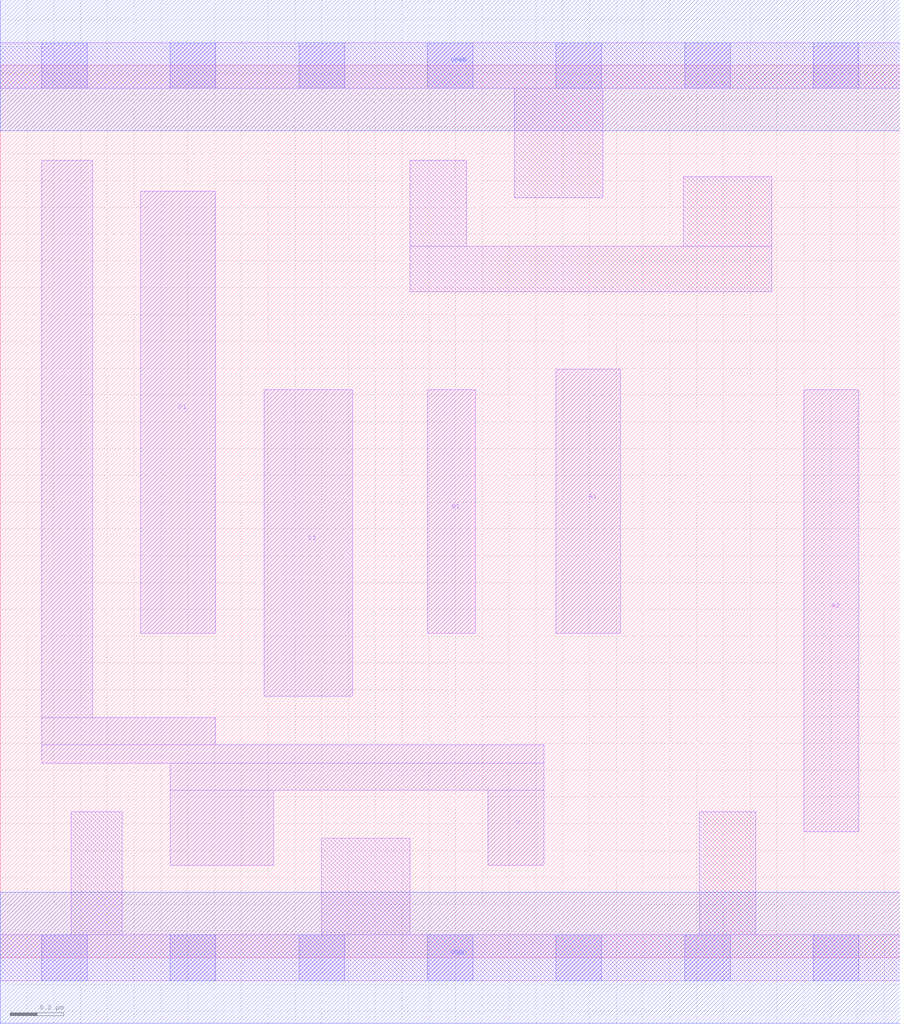
<source format=lef>
# Copyright 2020 The SkyWater PDK Authors
#
# Licensed under the Apache License, Version 2.0 (the "License");
# you may not use this file except in compliance with the License.
# You may obtain a copy of the License at
#
#     https://www.apache.org/licenses/LICENSE-2.0
#
# Unless required by applicable law or agreed to in writing, software
# distributed under the License is distributed on an "AS IS" BASIS,
# WITHOUT WARRANTIES OR CONDITIONS OF ANY KIND, either express or implied.
# See the License for the specific language governing permissions and
# limitations under the License.
#
# SPDX-License-Identifier: Apache-2.0

VERSION 5.7 ;
  NOWIREEXTENSIONATPIN ON ;
  DIVIDERCHAR "/" ;
  BUSBITCHARS "[]" ;
UNITS
  DATABASE MICRONS 200 ;
END UNITS
MACRO sky130_fd_sc_lp__a2111oi_m
  CLASS CORE ;
  FOREIGN sky130_fd_sc_lp__a2111oi_m ;
  ORIGIN  0.000000  0.000000 ;
  SIZE  3.360000 BY  3.330000 ;
  SYMMETRY X Y R90 ;
  SITE unit ;
  PIN A1
    ANTENNAGATEAREA  0.126000 ;
    DIRECTION INPUT ;
    USE SIGNAL ;
    PORT
      LAYER li1 ;
        RECT 2.075000 1.210000 2.315000 2.195000 ;
    END
  END A1
  PIN A2
    ANTENNAGATEAREA  0.126000 ;
    DIRECTION INPUT ;
    USE SIGNAL ;
    PORT
      LAYER li1 ;
        RECT 3.000000 0.470000 3.205000 2.120000 ;
    END
  END A2
  PIN B1
    ANTENNAGATEAREA  0.126000 ;
    DIRECTION INPUT ;
    USE SIGNAL ;
    PORT
      LAYER li1 ;
        RECT 1.595000 1.210000 1.775000 2.120000 ;
    END
  END B1
  PIN C1
    ANTENNAGATEAREA  0.126000 ;
    DIRECTION INPUT ;
    USE SIGNAL ;
    PORT
      LAYER li1 ;
        RECT 0.985000 0.975000 1.315000 2.120000 ;
    END
  END C1
  PIN D1
    ANTENNAGATEAREA  0.126000 ;
    DIRECTION INPUT ;
    USE SIGNAL ;
    PORT
      LAYER li1 ;
        RECT 0.525000 1.210000 0.805000 2.860000 ;
    END
  END D1
  PIN Y
    ANTENNADIFFAREA  0.441000 ;
    DIRECTION OUTPUT ;
    USE SIGNAL ;
    PORT
      LAYER li1 ;
        RECT 0.155000 0.725000 2.030000 0.795000 ;
        RECT 0.155000 0.795000 0.805000 0.895000 ;
        RECT 0.155000 0.895000 0.345000 2.975000 ;
        RECT 0.635000 0.345000 1.020000 0.625000 ;
        RECT 0.635000 0.625000 2.030000 0.725000 ;
        RECT 1.820000 0.345000 2.030000 0.625000 ;
    END
  END Y
  PIN VGND
    DIRECTION INOUT ;
    USE GROUND ;
    PORT
      LAYER met1 ;
        RECT 0.000000 -0.245000 3.360000 0.245000 ;
    END
  END VGND
  PIN VPWR
    DIRECTION INOUT ;
    USE POWER ;
    PORT
      LAYER met1 ;
        RECT 0.000000 3.085000 3.360000 3.575000 ;
    END
  END VPWR
  OBS
    LAYER li1 ;
      RECT 0.000000 -0.085000 3.360000 0.085000 ;
      RECT 0.000000  3.245000 3.360000 3.415000 ;
      RECT 0.265000  0.085000 0.455000 0.545000 ;
      RECT 1.200000  0.085000 1.530000 0.445000 ;
      RECT 1.530000  2.485000 2.880000 2.655000 ;
      RECT 1.530000  2.655000 1.740000 2.975000 ;
      RECT 1.920000  2.835000 2.250000 3.245000 ;
      RECT 2.550000  2.655000 2.880000 2.915000 ;
      RECT 2.610000  0.085000 2.820000 0.545000 ;
    LAYER mcon ;
      RECT 0.155000 -0.085000 0.325000 0.085000 ;
      RECT 0.155000  3.245000 0.325000 3.415000 ;
      RECT 0.635000 -0.085000 0.805000 0.085000 ;
      RECT 0.635000  3.245000 0.805000 3.415000 ;
      RECT 1.115000 -0.085000 1.285000 0.085000 ;
      RECT 1.115000  3.245000 1.285000 3.415000 ;
      RECT 1.595000 -0.085000 1.765000 0.085000 ;
      RECT 1.595000  3.245000 1.765000 3.415000 ;
      RECT 2.075000 -0.085000 2.245000 0.085000 ;
      RECT 2.075000  3.245000 2.245000 3.415000 ;
      RECT 2.555000 -0.085000 2.725000 0.085000 ;
      RECT 2.555000  3.245000 2.725000 3.415000 ;
      RECT 3.035000 -0.085000 3.205000 0.085000 ;
      RECT 3.035000  3.245000 3.205000 3.415000 ;
  END
END sky130_fd_sc_lp__a2111oi_m
END LIBRARY

</source>
